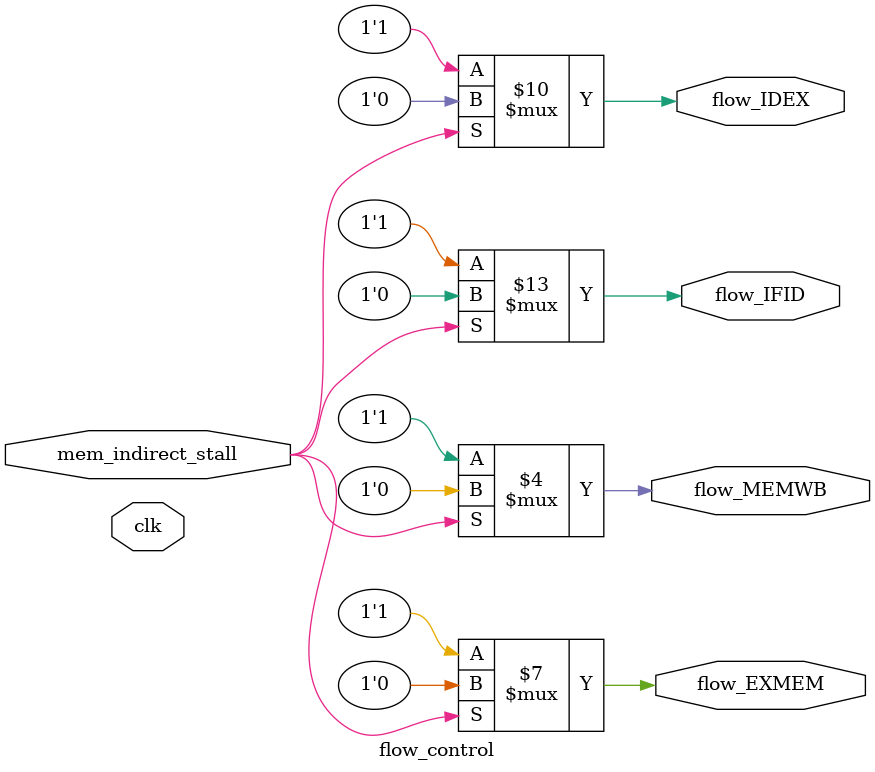
<source format=sv>
module flow_control 
(
	input clk,
	input mem_indirect_stall,
	
	output flow_IFID, flow_IDEX, flow_EXMEM, flow_MEMWB
);

/* multiplexor definition */
always_comb

	if(mem_indirect_stall == 1'b1) // if there is an indirect memory acces 
		begin
		flow_IFID  = 1'b0;		//stall the entire pipeline
		flow_IDEX  = 1'b0;
		flow_EXMEM = 1'b0;
		flow_MEMWB = 1'b0;
		end
		
	else //allow everything to flow
		begin
		flow_IFID  = 1'b1;
		flow_IDEX  = 1'b1;
		flow_EXMEM = 1'b1;
		flow_MEMWB = 1'b1;
		
		end
	
endmodule : flow_control
</source>
